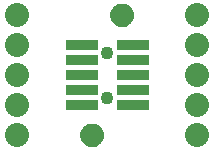
<source format=gbr>
G04 EAGLE Gerber RS-274X export*
G75*
%MOMM*%
%FSLAX34Y34*%
%LPD*%
%INSoldermask Top*%
%IPPOS*%
%AMOC8*
5,1,8,0,0,1.08239X$1,22.5*%
G01*
%ADD10R,2.701600X0.861600*%
%ADD11C,1.101600*%
%ADD12C,2.032000*%
%ADD13C,0.500000*%


D10*
X110400Y88900D03*
X110400Y76200D03*
X110400Y63500D03*
X110400Y50800D03*
X110400Y38100D03*
X67400Y88900D03*
X67400Y76200D03*
X67400Y63500D03*
X67400Y50800D03*
X67400Y38100D03*
D11*
X88900Y82550D03*
X88900Y44450D03*
D12*
X165100Y114300D03*
X165100Y88900D03*
X165100Y63500D03*
X165100Y38100D03*
X165100Y12700D03*
X12700Y114300D03*
X12700Y88900D03*
X12700Y63500D03*
X12700Y38100D03*
X12700Y12700D03*
D11*
X76200Y12700D03*
D13*
X83700Y12700D02*
X83698Y12881D01*
X83691Y13062D01*
X83680Y13243D01*
X83665Y13424D01*
X83645Y13604D01*
X83621Y13784D01*
X83593Y13963D01*
X83560Y14141D01*
X83523Y14318D01*
X83482Y14495D01*
X83437Y14670D01*
X83387Y14845D01*
X83333Y15018D01*
X83275Y15189D01*
X83213Y15360D01*
X83146Y15528D01*
X83076Y15695D01*
X83002Y15861D01*
X82923Y16024D01*
X82841Y16185D01*
X82755Y16345D01*
X82665Y16502D01*
X82571Y16657D01*
X82474Y16810D01*
X82372Y16960D01*
X82268Y17108D01*
X82159Y17254D01*
X82048Y17396D01*
X81932Y17536D01*
X81814Y17673D01*
X81692Y17808D01*
X81567Y17939D01*
X81439Y18067D01*
X81308Y18192D01*
X81173Y18314D01*
X81036Y18432D01*
X80896Y18548D01*
X80754Y18659D01*
X80608Y18768D01*
X80460Y18872D01*
X80310Y18974D01*
X80157Y19071D01*
X80002Y19165D01*
X79845Y19255D01*
X79685Y19341D01*
X79524Y19423D01*
X79361Y19502D01*
X79195Y19576D01*
X79028Y19646D01*
X78860Y19713D01*
X78689Y19775D01*
X78518Y19833D01*
X78345Y19887D01*
X78170Y19937D01*
X77995Y19982D01*
X77818Y20023D01*
X77641Y20060D01*
X77463Y20093D01*
X77284Y20121D01*
X77104Y20145D01*
X76924Y20165D01*
X76743Y20180D01*
X76562Y20191D01*
X76381Y20198D01*
X76200Y20200D01*
X83700Y12700D02*
X83698Y12519D01*
X83691Y12338D01*
X83680Y12157D01*
X83665Y11976D01*
X83645Y11796D01*
X83621Y11616D01*
X83593Y11437D01*
X83560Y11259D01*
X83523Y11082D01*
X83482Y10905D01*
X83437Y10730D01*
X83387Y10555D01*
X83333Y10382D01*
X83275Y10211D01*
X83213Y10040D01*
X83146Y9872D01*
X83076Y9705D01*
X83002Y9539D01*
X82923Y9376D01*
X82841Y9215D01*
X82755Y9055D01*
X82665Y8898D01*
X82571Y8743D01*
X82474Y8590D01*
X82372Y8440D01*
X82268Y8292D01*
X82159Y8146D01*
X82048Y8004D01*
X81932Y7864D01*
X81814Y7727D01*
X81692Y7592D01*
X81567Y7461D01*
X81439Y7333D01*
X81308Y7208D01*
X81173Y7086D01*
X81036Y6968D01*
X80896Y6852D01*
X80754Y6741D01*
X80608Y6632D01*
X80460Y6528D01*
X80310Y6426D01*
X80157Y6329D01*
X80002Y6235D01*
X79845Y6145D01*
X79685Y6059D01*
X79524Y5977D01*
X79361Y5898D01*
X79195Y5824D01*
X79028Y5754D01*
X78860Y5687D01*
X78689Y5625D01*
X78518Y5567D01*
X78345Y5513D01*
X78170Y5463D01*
X77995Y5418D01*
X77818Y5377D01*
X77641Y5340D01*
X77463Y5307D01*
X77284Y5279D01*
X77104Y5255D01*
X76924Y5235D01*
X76743Y5220D01*
X76562Y5209D01*
X76381Y5202D01*
X76200Y5200D01*
X76019Y5202D01*
X75838Y5209D01*
X75657Y5220D01*
X75476Y5235D01*
X75296Y5255D01*
X75116Y5279D01*
X74937Y5307D01*
X74759Y5340D01*
X74582Y5377D01*
X74405Y5418D01*
X74230Y5463D01*
X74055Y5513D01*
X73882Y5567D01*
X73711Y5625D01*
X73540Y5687D01*
X73372Y5754D01*
X73205Y5824D01*
X73039Y5898D01*
X72876Y5977D01*
X72715Y6059D01*
X72555Y6145D01*
X72398Y6235D01*
X72243Y6329D01*
X72090Y6426D01*
X71940Y6528D01*
X71792Y6632D01*
X71646Y6741D01*
X71504Y6852D01*
X71364Y6968D01*
X71227Y7086D01*
X71092Y7208D01*
X70961Y7333D01*
X70833Y7461D01*
X70708Y7592D01*
X70586Y7727D01*
X70468Y7864D01*
X70352Y8004D01*
X70241Y8146D01*
X70132Y8292D01*
X70028Y8440D01*
X69926Y8590D01*
X69829Y8743D01*
X69735Y8898D01*
X69645Y9055D01*
X69559Y9215D01*
X69477Y9376D01*
X69398Y9539D01*
X69324Y9705D01*
X69254Y9872D01*
X69187Y10040D01*
X69125Y10211D01*
X69067Y10382D01*
X69013Y10555D01*
X68963Y10730D01*
X68918Y10905D01*
X68877Y11082D01*
X68840Y11259D01*
X68807Y11437D01*
X68779Y11616D01*
X68755Y11796D01*
X68735Y11976D01*
X68720Y12157D01*
X68709Y12338D01*
X68702Y12519D01*
X68700Y12700D01*
X68702Y12881D01*
X68709Y13062D01*
X68720Y13243D01*
X68735Y13424D01*
X68755Y13604D01*
X68779Y13784D01*
X68807Y13963D01*
X68840Y14141D01*
X68877Y14318D01*
X68918Y14495D01*
X68963Y14670D01*
X69013Y14845D01*
X69067Y15018D01*
X69125Y15189D01*
X69187Y15360D01*
X69254Y15528D01*
X69324Y15695D01*
X69398Y15861D01*
X69477Y16024D01*
X69559Y16185D01*
X69645Y16345D01*
X69735Y16502D01*
X69829Y16657D01*
X69926Y16810D01*
X70028Y16960D01*
X70132Y17108D01*
X70241Y17254D01*
X70352Y17396D01*
X70468Y17536D01*
X70586Y17673D01*
X70708Y17808D01*
X70833Y17939D01*
X70961Y18067D01*
X71092Y18192D01*
X71227Y18314D01*
X71364Y18432D01*
X71504Y18548D01*
X71646Y18659D01*
X71792Y18768D01*
X71940Y18872D01*
X72090Y18974D01*
X72243Y19071D01*
X72398Y19165D01*
X72555Y19255D01*
X72715Y19341D01*
X72876Y19423D01*
X73039Y19502D01*
X73205Y19576D01*
X73372Y19646D01*
X73540Y19713D01*
X73711Y19775D01*
X73882Y19833D01*
X74055Y19887D01*
X74230Y19937D01*
X74405Y19982D01*
X74582Y20023D01*
X74759Y20060D01*
X74937Y20093D01*
X75116Y20121D01*
X75296Y20145D01*
X75476Y20165D01*
X75657Y20180D01*
X75838Y20191D01*
X76019Y20198D01*
X76200Y20200D01*
D11*
X101600Y114300D03*
D13*
X109100Y114300D02*
X109098Y114481D01*
X109091Y114662D01*
X109080Y114843D01*
X109065Y115024D01*
X109045Y115204D01*
X109021Y115384D01*
X108993Y115563D01*
X108960Y115741D01*
X108923Y115918D01*
X108882Y116095D01*
X108837Y116270D01*
X108787Y116445D01*
X108733Y116618D01*
X108675Y116789D01*
X108613Y116960D01*
X108546Y117128D01*
X108476Y117295D01*
X108402Y117461D01*
X108323Y117624D01*
X108241Y117785D01*
X108155Y117945D01*
X108065Y118102D01*
X107971Y118257D01*
X107874Y118410D01*
X107772Y118560D01*
X107668Y118708D01*
X107559Y118854D01*
X107448Y118996D01*
X107332Y119136D01*
X107214Y119273D01*
X107092Y119408D01*
X106967Y119539D01*
X106839Y119667D01*
X106708Y119792D01*
X106573Y119914D01*
X106436Y120032D01*
X106296Y120148D01*
X106154Y120259D01*
X106008Y120368D01*
X105860Y120472D01*
X105710Y120574D01*
X105557Y120671D01*
X105402Y120765D01*
X105245Y120855D01*
X105085Y120941D01*
X104924Y121023D01*
X104761Y121102D01*
X104595Y121176D01*
X104428Y121246D01*
X104260Y121313D01*
X104089Y121375D01*
X103918Y121433D01*
X103745Y121487D01*
X103570Y121537D01*
X103395Y121582D01*
X103218Y121623D01*
X103041Y121660D01*
X102863Y121693D01*
X102684Y121721D01*
X102504Y121745D01*
X102324Y121765D01*
X102143Y121780D01*
X101962Y121791D01*
X101781Y121798D01*
X101600Y121800D01*
X109100Y114300D02*
X109098Y114119D01*
X109091Y113938D01*
X109080Y113757D01*
X109065Y113576D01*
X109045Y113396D01*
X109021Y113216D01*
X108993Y113037D01*
X108960Y112859D01*
X108923Y112682D01*
X108882Y112505D01*
X108837Y112330D01*
X108787Y112155D01*
X108733Y111982D01*
X108675Y111811D01*
X108613Y111640D01*
X108546Y111472D01*
X108476Y111305D01*
X108402Y111139D01*
X108323Y110976D01*
X108241Y110815D01*
X108155Y110655D01*
X108065Y110498D01*
X107971Y110343D01*
X107874Y110190D01*
X107772Y110040D01*
X107668Y109892D01*
X107559Y109746D01*
X107448Y109604D01*
X107332Y109464D01*
X107214Y109327D01*
X107092Y109192D01*
X106967Y109061D01*
X106839Y108933D01*
X106708Y108808D01*
X106573Y108686D01*
X106436Y108568D01*
X106296Y108452D01*
X106154Y108341D01*
X106008Y108232D01*
X105860Y108128D01*
X105710Y108026D01*
X105557Y107929D01*
X105402Y107835D01*
X105245Y107745D01*
X105085Y107659D01*
X104924Y107577D01*
X104761Y107498D01*
X104595Y107424D01*
X104428Y107354D01*
X104260Y107287D01*
X104089Y107225D01*
X103918Y107167D01*
X103745Y107113D01*
X103570Y107063D01*
X103395Y107018D01*
X103218Y106977D01*
X103041Y106940D01*
X102863Y106907D01*
X102684Y106879D01*
X102504Y106855D01*
X102324Y106835D01*
X102143Y106820D01*
X101962Y106809D01*
X101781Y106802D01*
X101600Y106800D01*
X101419Y106802D01*
X101238Y106809D01*
X101057Y106820D01*
X100876Y106835D01*
X100696Y106855D01*
X100516Y106879D01*
X100337Y106907D01*
X100159Y106940D01*
X99982Y106977D01*
X99805Y107018D01*
X99630Y107063D01*
X99455Y107113D01*
X99282Y107167D01*
X99111Y107225D01*
X98940Y107287D01*
X98772Y107354D01*
X98605Y107424D01*
X98439Y107498D01*
X98276Y107577D01*
X98115Y107659D01*
X97955Y107745D01*
X97798Y107835D01*
X97643Y107929D01*
X97490Y108026D01*
X97340Y108128D01*
X97192Y108232D01*
X97046Y108341D01*
X96904Y108452D01*
X96764Y108568D01*
X96627Y108686D01*
X96492Y108808D01*
X96361Y108933D01*
X96233Y109061D01*
X96108Y109192D01*
X95986Y109327D01*
X95868Y109464D01*
X95752Y109604D01*
X95641Y109746D01*
X95532Y109892D01*
X95428Y110040D01*
X95326Y110190D01*
X95229Y110343D01*
X95135Y110498D01*
X95045Y110655D01*
X94959Y110815D01*
X94877Y110976D01*
X94798Y111139D01*
X94724Y111305D01*
X94654Y111472D01*
X94587Y111640D01*
X94525Y111811D01*
X94467Y111982D01*
X94413Y112155D01*
X94363Y112330D01*
X94318Y112505D01*
X94277Y112682D01*
X94240Y112859D01*
X94207Y113037D01*
X94179Y113216D01*
X94155Y113396D01*
X94135Y113576D01*
X94120Y113757D01*
X94109Y113938D01*
X94102Y114119D01*
X94100Y114300D01*
X94102Y114481D01*
X94109Y114662D01*
X94120Y114843D01*
X94135Y115024D01*
X94155Y115204D01*
X94179Y115384D01*
X94207Y115563D01*
X94240Y115741D01*
X94277Y115918D01*
X94318Y116095D01*
X94363Y116270D01*
X94413Y116445D01*
X94467Y116618D01*
X94525Y116789D01*
X94587Y116960D01*
X94654Y117128D01*
X94724Y117295D01*
X94798Y117461D01*
X94877Y117624D01*
X94959Y117785D01*
X95045Y117945D01*
X95135Y118102D01*
X95229Y118257D01*
X95326Y118410D01*
X95428Y118560D01*
X95532Y118708D01*
X95641Y118854D01*
X95752Y118996D01*
X95868Y119136D01*
X95986Y119273D01*
X96108Y119408D01*
X96233Y119539D01*
X96361Y119667D01*
X96492Y119792D01*
X96627Y119914D01*
X96764Y120032D01*
X96904Y120148D01*
X97046Y120259D01*
X97192Y120368D01*
X97340Y120472D01*
X97490Y120574D01*
X97643Y120671D01*
X97798Y120765D01*
X97955Y120855D01*
X98115Y120941D01*
X98276Y121023D01*
X98439Y121102D01*
X98605Y121176D01*
X98772Y121246D01*
X98940Y121313D01*
X99111Y121375D01*
X99282Y121433D01*
X99455Y121487D01*
X99630Y121537D01*
X99805Y121582D01*
X99982Y121623D01*
X100159Y121660D01*
X100337Y121693D01*
X100516Y121721D01*
X100696Y121745D01*
X100876Y121765D01*
X101057Y121780D01*
X101238Y121791D01*
X101419Y121798D01*
X101600Y121800D01*
M02*

</source>
